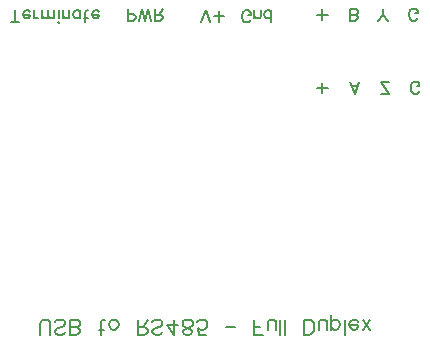
<source format=gbo>
G04 DipTrace Beta 2.3.5.2*
%INUSBtoRS485converter.GBO*%
%MOMM*%
%ADD46C,0.157*%
%ADD47C,0.196*%
%FSLAX53Y53*%
G04*
G71*
G90*
G75*
G01*
%LNBotSilk*%
%LPD*%
X30733Y23018D2*
D46*
X30343Y21997D1*
X29955Y23018D1*
X30101Y22678D2*
X30587D1*
X32593Y21997D2*
X33273D1*
X32593Y23018D1*
X33273D1*
X35655Y28432D2*
X35607Y28335D1*
X35509Y28237D1*
X35412Y28189D1*
X35218D1*
X35120Y28237D1*
X35024Y28335D1*
X34974Y28432D1*
X34926Y28578D1*
Y28821D1*
X34974Y28966D1*
X35024Y29064D1*
X35120Y29161D1*
X35218Y29210D1*
X35412D1*
X35509Y29161D1*
X35607Y29064D1*
X35655Y28966D1*
Y28821D1*
X35412D1*
X29894Y28189D2*
Y29210D1*
X30332D1*
X30478Y29161D1*
X30526Y29112D1*
X30574Y29016D1*
Y28870D1*
X30526Y28772D1*
X30478Y28724D1*
X30332Y28675D1*
X30478Y28626D1*
X30526Y28578D1*
X30574Y28481D1*
Y28383D1*
X30526Y28287D1*
X30478Y28237D1*
X30332Y28189D1*
X29894D1*
Y28675D2*
X30332D1*
X32338Y28189D2*
X32726Y28675D1*
Y29210D1*
X33115Y28189D2*
X32726Y28675D1*
X27596Y28263D2*
Y29138D1*
X27159Y28701D2*
X28034D1*
X35814Y22240D2*
X35765Y22143D1*
X35668Y22045D1*
X35571Y21997D1*
X35377D1*
X35279Y22045D1*
X35183Y22143D1*
X35133Y22240D1*
X35085Y22386D1*
Y22629D1*
X35133Y22774D1*
X35183Y22872D1*
X35279Y22969D1*
X35377Y23018D1*
X35571D1*
X35668Y22969D1*
X35765Y22872D1*
X35814Y22774D1*
Y22629D1*
X35571D1*
X27596Y22071D2*
Y22946D1*
X27159Y22509D2*
X28034D1*
X17336Y28030D2*
X17725Y29051D1*
X18114Y28030D1*
X18864Y28104D2*
Y28979D1*
X18427Y28542D2*
X19302D1*
X21526Y28273D2*
X21478Y28176D1*
X21380Y28079D1*
X21284Y28030D1*
X21090D1*
X20992Y28079D1*
X20895Y28176D1*
X20846Y28273D1*
X20798Y28419D1*
Y28663D1*
X20846Y28807D1*
X20895Y28905D1*
X20992Y29002D1*
X21090Y29051D1*
X21284D1*
X21380Y29002D1*
X21478Y28905D1*
X21526Y28807D1*
Y28663D1*
X21284D1*
X21840Y28371D2*
Y29051D1*
Y28565D2*
X21986Y28419D1*
X22084Y28371D1*
X22229D1*
X22326Y28419D1*
X22375Y28565D1*
Y29051D1*
X23271Y28030D2*
Y29051D1*
Y28517D2*
X23175Y28419D1*
X23077Y28371D1*
X22931D1*
X22834Y28419D1*
X22737Y28517D1*
X22688Y28663D1*
Y28759D1*
X22737Y28905D1*
X22834Y29002D1*
X22931Y29051D1*
X23077D1*
X23175Y29002D1*
X23271Y28905D1*
X11102Y28724D2*
X11540D1*
X11685Y28675D1*
X11734Y28626D1*
X11782Y28529D1*
Y28383D1*
X11734Y28287D1*
X11685Y28237D1*
X11540Y28189D1*
X11102D1*
Y29210D1*
X12096Y28189D2*
X12340Y29210D1*
X12582Y28189D1*
X12825Y29210D1*
X13069Y28189D1*
X13382Y28675D2*
X13819D1*
X13965Y28626D1*
X14015Y28578D1*
X14063Y28481D1*
Y28383D1*
X14015Y28287D1*
X13965Y28237D1*
X13819Y28189D1*
X13382D1*
Y29210D1*
X13723Y28675D2*
X14063Y29210D1*
X1585Y28030D2*
Y29051D1*
X1245Y28030D2*
X1925D1*
X2239Y28663D2*
X2822D1*
Y28565D1*
X2774Y28467D1*
X2726Y28419D1*
X2628Y28371D1*
X2482D1*
X2385Y28419D1*
X2288Y28517D1*
X2239Y28663D1*
Y28759D1*
X2288Y28905D1*
X2385Y29002D1*
X2482Y29051D1*
X2628D1*
X2726Y29002D1*
X2822Y28905D1*
X3136Y28371D2*
Y29051D1*
Y28663D2*
X3185Y28517D1*
X3282Y28419D1*
X3380Y28371D1*
X3526D1*
X3839D2*
Y29051D1*
Y28565D2*
X3985Y28419D1*
X4083Y28371D1*
X4228D1*
X4326Y28419D1*
X4374Y28565D1*
Y29051D1*
Y28565D2*
X4520Y28419D1*
X4618Y28371D1*
X4762D1*
X4860Y28419D1*
X4910Y28565D1*
Y29051D1*
X5223Y28030D2*
X5272Y28079D1*
X5321Y28030D1*
X5272Y27981D1*
X5223Y28030D1*
X5272Y28371D2*
Y29051D1*
X5635Y28371D2*
Y29051D1*
Y28565D2*
X5781Y28419D1*
X5878Y28371D1*
X6023D1*
X6121Y28419D1*
X6169Y28565D1*
Y29051D1*
X7066Y28371D2*
Y29051D1*
Y28517D2*
X6969Y28419D1*
X6872Y28371D1*
X6727D1*
X6629Y28419D1*
X6532Y28517D1*
X6483Y28663D1*
Y28759D1*
X6532Y28905D1*
X6629Y29002D1*
X6727Y29051D1*
X6872D1*
X6969Y29002D1*
X7066Y28905D1*
X7526Y28030D2*
Y28857D1*
X7574Y29002D1*
X7672Y29051D1*
X7768D1*
X7380Y28371D2*
X7720D1*
X8082Y28663D2*
X8665D1*
Y28565D1*
X8617Y28467D1*
X8568Y28419D1*
X8471Y28371D1*
X8325D1*
X8228Y28419D1*
X8130Y28517D1*
X8082Y28663D1*
Y28759D1*
X8130Y28905D1*
X8228Y29002D1*
X8325Y29051D1*
X8471D1*
X8568Y29002D1*
X8665Y28905D1*
X3704Y1602D2*
D47*
Y2514D1*
X3764Y2696D1*
X3886Y2817D1*
X4069Y2879D1*
X4189D1*
X4372Y2817D1*
X4494Y2696D1*
X4554Y2514D1*
Y1602D1*
X5797Y1785D2*
X5677Y1663D1*
X5494Y1602D1*
X5251D1*
X5069Y1663D1*
X4947Y1785D1*
Y1906D1*
X5008Y2028D1*
X5069Y2088D1*
X5189Y2149D1*
X5554Y2271D1*
X5677Y2331D1*
X5737Y2393D1*
X5797Y2514D1*
Y2696D1*
X5677Y2817D1*
X5494Y2879D1*
X5251D1*
X5069Y2817D1*
X4947Y2696D1*
X6189Y1602D2*
Y2879D1*
X6737D1*
X6919Y2817D1*
X6980Y2756D1*
X7040Y2636D1*
Y2453D1*
X6980Y2331D1*
X6919Y2271D1*
X6737Y2210D1*
X6919Y2149D1*
X6980Y2088D1*
X7040Y1967D1*
Y1845D1*
X6980Y1725D1*
X6919Y1663D1*
X6737Y1602D1*
X6189D1*
Y2210D2*
X6737D1*
X8849Y1602D2*
Y2636D1*
X8910Y2817D1*
X9032Y2879D1*
X9153D1*
X8667Y2028D2*
X9092D1*
X9848D2*
X9727Y2088D1*
X9605Y2210D1*
X9545Y2393D1*
Y2514D1*
X9605Y2696D1*
X9727Y2817D1*
X9848Y2879D1*
X10030D1*
X10153Y2817D1*
X10273Y2696D1*
X10335Y2514D1*
Y2393D1*
X10273Y2210D1*
X10153Y2088D1*
X10030Y2028D1*
X9848D1*
X11962Y2210D2*
X12508D1*
X12690Y2149D1*
X12752Y2088D1*
X12812Y1967D1*
Y1845D1*
X12752Y1725D1*
X12690Y1663D1*
X12508Y1602D1*
X11962D1*
Y2879D1*
X12387Y2210D2*
X12812Y2879D1*
X14055Y1785D2*
X13935Y1663D1*
X13752Y1602D1*
X13509D1*
X13327Y1663D1*
X13205Y1785D1*
Y1906D1*
X13266Y2028D1*
X13327Y2088D1*
X13447Y2149D1*
X13812Y2271D1*
X13935Y2331D1*
X13995Y2393D1*
X14055Y2514D1*
Y2696D1*
X13935Y2817D1*
X13752Y2879D1*
X13509D1*
X13327Y2817D1*
X13205Y2696D1*
X15055Y2879D2*
Y1604D1*
X14447Y2453D1*
X15359D1*
X16054Y1604D2*
X15873Y1664D1*
X15811Y1785D1*
Y1907D1*
X15873Y2028D1*
X15994Y2090D1*
X16236Y2150D1*
X16419Y2210D1*
X16540Y2332D1*
X16600Y2453D1*
Y2636D1*
X16540Y2756D1*
X16479Y2818D1*
X16297Y2879D1*
X16054D1*
X15873Y2818D1*
X15811Y2756D1*
X15751Y2636D1*
Y2453D1*
X15811Y2332D1*
X15933Y2210D1*
X16114Y2150D1*
X16357Y2090D1*
X16479Y2028D1*
X16540Y1907D1*
Y1785D1*
X16479Y1664D1*
X16297Y1604D1*
X16054D1*
X17721D2*
X17114D1*
X17054Y2150D1*
X17114Y2090D1*
X17297Y2028D1*
X17478D1*
X17660Y2090D1*
X17783Y2210D1*
X17843Y2393D1*
Y2514D1*
X17783Y2696D1*
X17660Y2818D1*
X17478Y2879D1*
X17297D1*
X17114Y2818D1*
X17054Y2756D1*
X16992Y2636D1*
X19470Y2241D2*
X20171D1*
X22588Y1602D2*
X21798D1*
Y2879D1*
Y2210D2*
X22284D1*
X22981Y2028D2*
Y2636D1*
X23041Y2817D1*
X23163Y2879D1*
X23346D1*
X23466Y2817D1*
X23649Y2636D1*
Y2028D2*
Y2879D1*
X24041Y1602D2*
Y2879D1*
X24433Y1602D2*
Y2879D1*
X26060Y1602D2*
Y2879D1*
X26485D1*
X26668Y2817D1*
X26790Y2696D1*
X26850Y2574D1*
X26911Y2393D1*
Y2088D1*
X26850Y1906D1*
X26790Y1785D1*
X26668Y1663D1*
X26485Y1602D1*
X26060D1*
X27303Y2028D2*
Y2636D1*
X27363Y2817D1*
X27485Y2879D1*
X27668D1*
X27788Y2817D1*
X27971Y2636D1*
Y2028D2*
Y2879D1*
X28363Y2028D2*
Y3304D1*
Y2210D2*
X28485Y2090D1*
X28606Y2028D1*
X28788D1*
X28911Y2090D1*
X29031Y2210D1*
X29093Y2393D1*
Y2515D1*
X29031Y2696D1*
X28911Y2818D1*
X28788Y2879D1*
X28606D1*
X28485Y2818D1*
X28363Y2696D1*
X29485Y1602D2*
Y2879D1*
X29877Y2393D2*
X30606D1*
Y2271D1*
X30546Y2149D1*
X30485Y2088D1*
X30363Y2028D1*
X30181D1*
X30060Y2088D1*
X29938Y2210D1*
X29877Y2393D1*
Y2514D1*
X29938Y2696D1*
X30060Y2817D1*
X30181Y2879D1*
X30363D1*
X30485Y2817D1*
X30606Y2696D1*
X30998Y2028D2*
X31666Y2879D1*
Y2028D2*
X30998Y2879D1*
M02*

</source>
